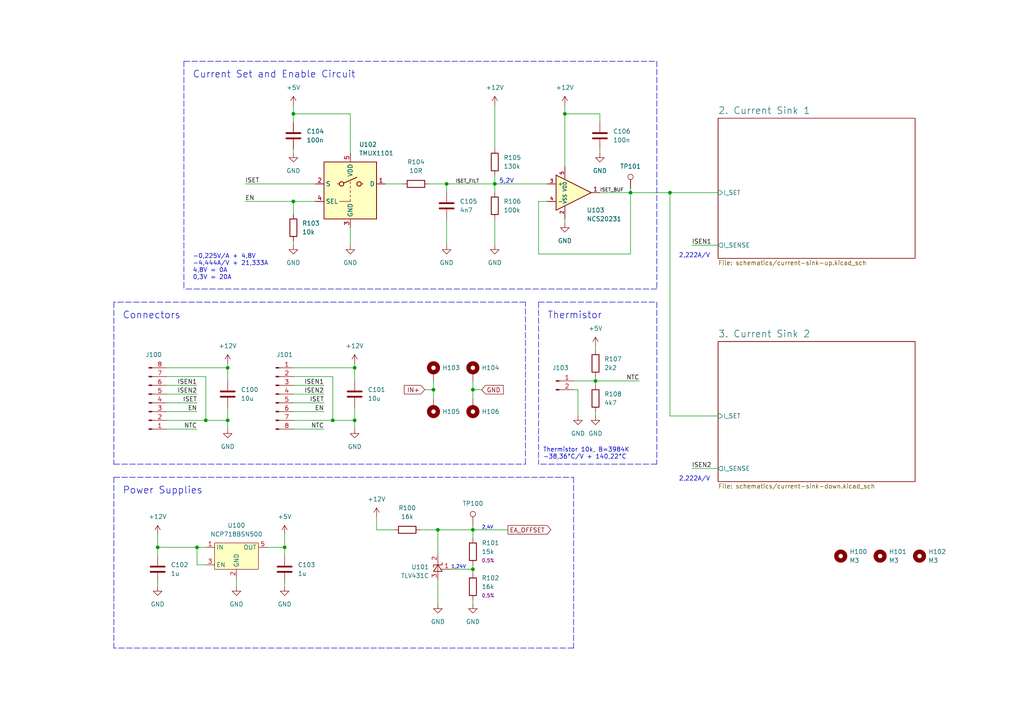
<source format=kicad_sch>
(kicad_sch (version 20211123) (generator eeschema)
  (paper "A4")
  (title_block (title "Electronic Load Power Board") (company "Martin Kopka"))
  (lib_symbols
    (symbol "Connector:Conn_01x02_Male" (pin_names (offset 1.016) hide)
      (property "Reference" "J" (at 0 2.54 0))
      (property "Value" "Conn_01x02_Male" (at 0 -5.08 0))
      (symbol "Conn_01x02_Male_1_1"
        (polyline (pts (xy 1.27 -2.54) (xy 0.8636 -2.54)) (stroke (width 0.1524)))
        (polyline (pts (xy 1.27 0) (xy 0.8636 0)) (stroke (width 0.1524)))
        (rectangle (start 0.8636 -2.413) (end 0 -2.667) (stroke (width 0.1524)) (fill (type outline)))
        (rectangle (start 0.8636 0.127) (end 0 -0.127) (stroke (width 0.1524)) (fill (type outline)))
        (pin passive line (at 5.08 0 180) (length 3.81) (name "Pin_1") (number "1"))
        (pin passive line (at 5.08 -2.54 180) (length 3.81) (name "Pin_2") (number "2"))
      )
    )
    (symbol "Connector:Conn_01x08_Male" (pin_names (offset 1.016) hide)
      (property "Reference" "J" (at 0 10.16 0))
      (property "Value" "Conn_01x08_Male" (at 0 -12.7 0))
      (symbol "Conn_01x08_Male_1_1"
        (polyline (pts (xy 1.27 -10.16) (xy 0.8636 -10.16)) (stroke (width 0.1524)))
        (polyline (pts (xy 1.27 -7.62) (xy 0.8636 -7.62)) (stroke (width 0.1524)))
        (polyline (pts (xy 1.27 -5.08) (xy 0.8636 -5.08)) (stroke (width 0.1524)))
        (polyline (pts (xy 1.27 -2.54) (xy 0.8636 -2.54)) (stroke (width 0.1524)))
        (polyline (pts (xy 1.27 0) (xy 0.8636 0)) (stroke (width 0.1524)))
        (polyline (pts (xy 1.27 2.54) (xy 0.8636 2.54)) (stroke (width 0.1524)))
        (polyline (pts (xy 1.27 5.08) (xy 0.8636 5.08)) (stroke (width 0.1524)))
        (polyline (pts (xy 1.27 7.62) (xy 0.8636 7.62)) (stroke (width 0.1524)))
        (rectangle (start 0.8636 -10.033) (end 0 -10.287) (stroke (width 0.1524)) (fill (type outline)))
        (rectangle (start 0.8636 -7.493) (end 0 -7.747) (stroke (width 0.1524)) (fill (type outline)))
        (rectangle (start 0.8636 -4.953) (end 0 -5.207) (stroke (width 0.1524)) (fill (type outline)))
        (rectangle (start 0.8636 -2.413) (end 0 -2.667) (stroke (width 0.1524)) (fill (type outline)))
        (rectangle (start 0.8636 0.127) (end 0 -0.127) (stroke (width 0.1524)) (fill (type outline)))
        (rectangle (start 0.8636 2.667) (end 0 2.413) (stroke (width 0.1524)) (fill (type outline)))
        (rectangle (start 0.8636 5.207) (end 0 4.953) (stroke (width 0.1524)) (fill (type outline)))
        (rectangle (start 0.8636 7.747) (end 0 7.493) (stroke (width 0.1524)) (fill (type outline)))
        (pin passive line (at 5.08 7.62 180) (length 3.81) (name "Pin_1") (number "1"))
        (pin passive line (at 5.08 5.08 180) (length 3.81) (name "Pin_2") (number "2"))
        (pin passive line (at 5.08 2.54 180) (length 3.81) (name "Pin_3") (number "3"))
        (pin passive line (at 5.08 0 180) (length 3.81) (name "Pin_4") (number "4"))
        (pin passive line (at 5.08 -2.54 180) (length 3.81) (name "Pin_5") (number "5"))
        (pin passive line (at 5.08 -5.08 180) (length 3.81) (name "Pin_6") (number "6"))
        (pin passive line (at 5.08 -7.62 180) (length 3.81) (name "Pin_7") (number "7"))
        (pin passive line (at 5.08 -10.16 180) (length 3.81) (name "Pin_8") (number "8"))
      )
    )
    (symbol "Connector:TestPoint" (pin_numbers hide) (pin_names (offset 0.762) hide)
      (property "Reference" "TP" (at 0 6.858 0))
      (property "Value" "TestPoint" (at 0 5.08 0))
      (symbol "TestPoint_0_1"
        (circle (center 0 3.302) (radius 0.762))
      )
      (symbol "TestPoint_1_1"
        (pin passive line (at 0 0 90) (length 2.54) (name "1") (number "1"))
      )
    )
    (symbol "Device:C" (pin_numbers hide) (pin_names (offset 0.254))
      (property "Reference" "C" (at 0.635 2.54 0))
      (property "Value" "C" (at 0.635 -2.54 0))
      (symbol "C_0_1"
        (polyline (pts (xy -2.032 -0.762) (xy 2.032 -0.762)) (stroke (width 0.508)))
        (polyline (pts (xy -2.032 0.762) (xy 2.032 0.762)) (stroke (width 0.508)))
      )
      (symbol "C_1_1"
        (pin passive line (at 0 3.81 270) (length 2.794) (name "~") (number "1"))
        (pin passive line (at 0 -3.81 90) (length 2.794) (name "~") (number "2"))
      )
    )
    (symbol "Device:R" (pin_numbers hide) (pin_names (offset 0))
      (property "Reference" "R" (at 2.032 0 90))
      (property "Value" "R" (at 0 0 90))
      (symbol "R_0_1"
        (rectangle (start -1.016 -2.54) (end 1.016 2.54) (stroke (width 0.254)))
      )
      (symbol "R_1_1"
        (pin passive line (at 0 3.81 270) (length 1.27) (name "~") (number "1"))
        (pin passive line (at 0 -3.81 90) (length 1.27) (name "~") (number "2"))
      )
    )
    (symbol "Mechanical:MountingHole" (pin_names (offset 1.016))
      (property "Reference" "H" (at 0 5.08 0))
      (property "Value" "MountingHole" (at 0 3.175 0))
      (symbol "MountingHole_0_1"
        (circle (center 0 0) (radius 1.27) (stroke (width 1.27)))
      )
    )
    (symbol "Mechanical:MountingHole_Pad" (pin_numbers hide) (pin_names (offset 1.016) hide)
      (property "Reference" "H" (at 0 6.35 0))
      (property "Value" "MountingHole_Pad" (at 0 4.445 0))
      (symbol "MountingHole_Pad_0_1"
        (circle (center 0 1.27) (radius 1.27) (stroke (width 1.27)))
      )
      (symbol "MountingHole_Pad_1_1"
        (pin input line (at 0 -2.54 90) (length 2.54) (name "1") (number "1"))
      )
    )
    (symbol "power:+12V" (power) (pin_names (offset 0))
      (property "Value" "+12V" (at 0 3.556 0))
      (symbol "+12V_0_1"
        (polyline (pts (xy -0.762 1.27) (xy 0 2.54)))
        (polyline (pts (xy 0 0) (xy 0 2.54)))
        (polyline (pts (xy 0 2.54) (xy 0.762 1.27)))
      )
      (symbol "+12V_1_1"
        (pin power_in line (at 0 0 90) (length 0) hide (name "+12V") (number "1"))
      )
    )
    (symbol "power:+5V" (power) (pin_names (offset 0))
      (property "Value" "+5V" (at 0 3.556 0))
      (symbol "+5V_0_1"
        (polyline (pts (xy -0.762 1.27) (xy 0 2.54)))
        (polyline (pts (xy 0 0) (xy 0 2.54)))
        (polyline (pts (xy 0 2.54) (xy 0.762 1.27)))
      )
      (symbol "+5V_1_1"
        (pin power_in line (at 0 0 90) (length 0) hide (name "+5V") (number "1"))
      )
    )
    (symbol "power:GND" (power) (pin_names (offset 0))
      (property "Value" "GND" (at 0 -3.81 0))
      (symbol "GND_0_1"
        (polyline (pts (xy 0 0) (xy 0 -1.27) (xy 1.27 -1.27) (xy 0 -2.54) (xy -1.27 -1.27) (xy 0 -1.27)))
      )
      (symbol "GND_1_1"
        (pin power_in line (at 0 0 270) (length 0) hide (name "GND") (number "1"))
      )
    )
    (symbol "w-analog-ic:NCS20231"
      (property "Reference" "U" (at 3.175 -4.445 0))
      (property "Value" "NCS20231" (at 3.175 -6.35 0))
      (symbol "NCS20231_0_1"
        (polyline (pts (xy -2.54 5.08) (xy 7.62 0) (xy -2.54 -5.08) (xy -2.54 5.08)) (stroke (width 0.254)) (fill (type background)))
        (pin power_in line (at 0 -7.62 90) (length 3.81) (name "VSS") (number "2"))
        (pin power_in line (at 0 7.62 270) (length 3.81) (name "VDD") (number "5"))
      )
      (symbol "NCS20231_1_1"
        (pin output line (at 10.16 0 180) (length 2.54) (name "~") (number "1"))
        (pin input line (at -5.08 2.54 0) (length 2.54) (name "+") (number "3"))
        (pin input line (at -5.08 -2.54 0) (length 2.54) (name "-") (number "4"))
      )
    )
    (symbol "w-analog-ic:TMUX1101"
      (property "Reference" "U" (at 3.81 11.43 0))
      (property "Value" "TMUX1101" (at 2.54 8.89 0))
      (symbol "TMUX1101_0_1"
        (rectangle (start -7.62 6.35) (end 7.62 -10.16) (stroke (width 0.254)) (fill (type background)))
        (circle (center -2.54 0) (radius 0.635) (stroke (width 0.254)))
        (polyline (pts (xy -3.81 0) (xy -3.175 0)))
        (polyline (pts (xy -3.175 -5.08) (xy 0 -5.08)))
        (polyline (pts (xy -1.905 0.254) (xy 1.905 1.905)) (stroke (width 0.254)))
        (polyline (pts (xy 0 -4.445) (xy 0 -5.08)))
        (polyline (pts (xy 0 -3.175) (xy 0 -3.81)))
        (polyline (pts (xy 0 -1.905) (xy 0 -2.54)))
        (polyline (pts (xy 0 -0.635) (xy 0 -1.27)))
        (polyline (pts (xy 0 0.635) (xy 0 0)))
        (polyline (pts (xy 3.81 0) (xy 3.175 0)))
        (circle (center 2.54 0) (radius 0.635) (stroke (width 0.254)))
      )
      (symbol "TMUX1101_1_1"
        (pin bidirectional line (at 10.16 0 180) (length 2.54) (name "D") (number "1"))
        (pin bidirectional line (at -10.16 0 0) (length 2.54) (name "S") (number "2"))
        (pin power_in line (at 0 -12.7 90) (length 2.54) (name "GND") (number "3"))
        (pin input line (at -10.16 -5.08 0) (length 2.54) (name "SEL") (number "4"))
        (pin power_in line (at 0 8.89 270) (length 2.54) (name "VDD") (number "5"))
      )
    )
    (symbol "w-power:NCP718"
      (property "Reference" "U" (at 0 5.08 0))
      (property "Value" "NCP718" (at 0 3.175 0))
      (symbol "NCP718_0_1"
        (rectangle (start -6.35 1.27) (end 6.35 -6.35) (fill (type background)))
      )
      (symbol "NCP718_1_1"
        (pin power_in line (at -8.89 0 0) (length 2.54) (name "IN") (number "1"))
        (pin power_in line (at 0 -8.89 90) (length 2.54) (name "GND") (number "2"))
        (pin input line (at -8.89 -5.08 0) (length 2.54) (name "EN") (number "3"))
        (pin no_connect line (at 6.35 -5.08 0) (length 2.54) hide (name "NC") (number "4"))
        (pin power_out line (at 8.89 0 180) (length 2.54) (name "OUT") (number "5"))
      )
    )
    (symbol "w-regulator:TLV431" (pin_names hide)
      (property "Reference" "U" (at 3.81 5.08 0))
      (property "Value" "TLV431" (at 3.81 2.54 0))
      (symbol "TLV431_0_0"
        (text "" (at -3.81 -1.905 900) (effects (font (size 1.27 1.27))))
        (text "" (at -2.54 -3.175 900) (effects (font (size 1.27 1.27))))
      )
      (symbol "TLV431_0_1"
        (polyline (pts (xy -1.27 0) (xy -0.762 0)))
        (polyline (pts (xy 0 -0.635) (xy 0 0.635) (xy 0 1.905)))
        (polyline (pts (xy 1.27 -0.635) (xy 0 1.27) (xy -1.27 -0.635) (xy 1.27 -0.635)) (stroke (width 0.2032)))
        (polyline (pts (xy 1.27 0.635) (xy 1.27 1.27) (xy -1.27 1.27) (xy -1.27 1.905)) (stroke (width 0.2032)))
      )
      (symbol "TLV431_1_1"
        (pin input line (at -3.81 0 0) (length 2.54) (name "REF") (number "1"))
        (pin passive line (at 0 4.445 270) (length 2.54) (name "K") (number "2"))
        (pin passive line (at 0 -3.175 90) (length 2.54) (name "A") (number "3"))
      )
    )
  )
  (junction (at 102.87 121.92))
  (junction (at 85.09 58.42))
  (junction (at 129.54 53.34))
  (junction (at 66.04 106.68))
  (junction (at 163.83 33.02))
  (junction (at 125.73 113.03))
  (junction (at 182.88 55.88))
  (junction (at 59.69 121.92))
  (junction (at 82.55 158.75))
  (junction (at 194.31 55.88))
  (junction (at 172.72 110.49))
  (junction (at 137.16 153.67))
  (junction (at 85.09 33.02))
  (junction (at 102.87 106.68))
  (junction (at 127 153.67))
  (junction (at 137.16 113.03))
  (junction (at 137.16 165.1))
  (junction (at 96.52 121.92))
  (junction (at 66.04 121.92))
  (junction (at 45.72 158.75))
  (junction (at 143.51 53.34))
  (junction (at 57.15 158.75))
  (wire (pts (xy 158.75 53.34) (xy 143.51 53.34)))
  (wire (pts (xy 82.55 154.94) (xy 82.55 158.75)))
  (wire (pts (xy 48.26 124.46) (xy 57.15 124.46)))
  (wire (pts (xy 172.72 110.49) (xy 172.72 109.22)))
  (wire (pts (xy 166.37 113.03) (xy 167.64 113.03)))
  (wire (pts (xy 173.99 33.02) (xy 163.83 33.02)))
  (wire (pts (xy 85.09 111.76) (xy 93.98 111.76)))
  (wire (pts (xy 137.16 165.1) (xy 137.16 166.37)))
  (wire (pts (xy 163.83 33.02) (xy 163.83 48.26)))
  (polyline (pts (xy 166.37 138.43) (xy 166.37 187.96)))
  (wire (pts (xy 156.21 73.66) (xy 182.88 73.66)))
  (wire (pts (xy 143.51 50.8) (xy 143.51 53.34)))
  (polyline (pts (xy 152.4 87.63) (xy 33.02 87.63)))
  (wire (pts (xy 143.51 30.48) (xy 143.51 43.18)))
  (wire (pts (xy 66.04 106.68) (xy 66.04 110.49)))
  (wire (pts (xy 68.58 167.64) (xy 68.58 170.18)))
  (wire (pts (xy 137.16 156.21) (xy 137.16 153.67)))
  (wire (pts (xy 48.26 119.38) (xy 57.15 119.38)))
  (polyline (pts (xy 190.5 17.78) (xy 190.5 83.82)))
  (wire (pts (xy 66.04 118.11) (xy 66.04 121.92)))
  (wire (pts (xy 125.73 113.03) (xy 125.73 115.57)))
  (polyline (pts (xy 190.5 87.63) (xy 190.5 134.62)))
  (polyline (pts (xy 156.21 87.63) (xy 156.21 134.62)))
  (wire (pts (xy 130.81 165.1) (xy 137.16 165.1)))
  (wire (pts (xy 45.72 161.29) (xy 45.72 158.75)))
  (polyline (pts (xy 33.02 138.43) (xy 166.37 138.43)))
  (wire (pts (xy 48.26 116.84) (xy 57.15 116.84)))
  (wire (pts (xy 85.09 106.68) (xy 102.87 106.68)))
  (wire (pts (xy 111.76 53.34) (xy 116.84 53.34)))
  (polyline (pts (xy 166.37 187.96) (xy 33.02 187.96)))
  (polyline (pts (xy 190.5 83.82) (xy 53.34 83.82)))
  (wire (pts (xy 124.46 53.34) (xy 129.54 53.34)))
  (wire (pts (xy 200.66 135.89) (xy 208.28 135.89)))
  (wire (pts (xy 48.26 114.3) (xy 57.15 114.3)))
  (wire (pts (xy 194.31 120.65) (xy 194.31 55.88)))
  (wire (pts (xy 156.21 58.42) (xy 156.21 73.66)))
  (wire (pts (xy 102.87 118.11) (xy 102.87 121.92)))
  (polyline (pts (xy 53.34 17.78) (xy 190.5 17.78)))
  (wire (pts (xy 182.88 55.88) (xy 194.31 55.88)))
  (wire (pts (xy 85.09 109.22) (xy 96.52 109.22)))
  (wire (pts (xy 137.16 152.4) (xy 137.16 153.67)))
  (wire (pts (xy 101.6 33.02) (xy 101.6 44.45)))
  (wire (pts (xy 129.54 63.5) (xy 129.54 71.12)))
  (wire (pts (xy 173.99 43.18) (xy 173.99 44.45)))
  (wire (pts (xy 158.75 58.42) (xy 156.21 58.42)))
  (wire (pts (xy 208.28 120.65) (xy 194.31 120.65)))
  (wire (pts (xy 139.7 113.03) (xy 137.16 113.03)))
  (wire (pts (xy 143.51 53.34) (xy 143.51 55.88)))
  (wire (pts (xy 82.55 161.29) (xy 82.55 158.75)))
  (wire (pts (xy 137.16 173.99) (xy 137.16 175.26)))
  (wire (pts (xy 45.72 154.94) (xy 45.72 158.75)))
  (wire (pts (xy 48.26 111.76) (xy 57.15 111.76)))
  (wire (pts (xy 85.09 58.42) (xy 85.09 62.23)))
  (wire (pts (xy 109.22 149.86) (xy 109.22 153.67)))
  (wire (pts (xy 137.16 113.03) (xy 137.16 110.49)))
  (wire (pts (xy 45.72 168.91) (xy 45.72 170.18)))
  (wire (pts (xy 172.72 101.6) (xy 172.72 100.33)))
  (polyline (pts (xy 33.02 87.63) (xy 33.02 134.62)))
  (wire (pts (xy 172.72 110.49) (xy 172.72 111.76)))
  (wire (pts (xy 167.64 113.03) (xy 167.64 120.65)))
  (wire (pts (xy 59.69 163.83) (xy 57.15 163.83)))
  (wire (pts (xy 85.09 43.18) (xy 85.09 44.45)))
  (wire (pts (xy 85.09 114.3) (xy 93.98 114.3)))
  (wire (pts (xy 121.92 153.67) (xy 127 153.67)))
  (wire (pts (xy 85.09 124.46) (xy 93.98 124.46)))
  (polyline (pts (xy 33.02 138.43) (xy 33.02 187.96)))
  (wire (pts (xy 173.99 55.88) (xy 182.88 55.88)))
  (wire (pts (xy 166.37 110.49) (xy 172.72 110.49)))
  (wire (pts (xy 127 168.275) (xy 127 175.26)))
  (polyline (pts (xy 33.02 134.62) (xy 152.4 134.62)))
  (polyline (pts (xy 190.5 134.62) (xy 156.21 134.62)))
  (wire (pts (xy 172.72 119.38) (xy 172.72 120.65)))
  (wire (pts (xy 85.09 30.48) (xy 85.09 33.02)))
  (wire (pts (xy 102.87 105.41) (xy 102.87 106.68)))
  (polyline (pts (xy 156.21 87.63) (xy 190.5 87.63)))
  (wire (pts (xy 137.16 113.03) (xy 137.16 115.57)))
  (wire (pts (xy 123.19 113.03) (xy 125.73 113.03)))
  (wire (pts (xy 200.66 71.12) (xy 208.28 71.12)))
  (wire (pts (xy 59.69 121.92) (xy 66.04 121.92)))
  (wire (pts (xy 102.87 121.92) (xy 102.87 124.46)))
  (wire (pts (xy 143.51 63.5) (xy 143.51 71.12)))
  (wire (pts (xy 85.09 69.85) (xy 85.09 71.12)))
  (wire (pts (xy 66.04 121.92) (xy 66.04 124.46)))
  (wire (pts (xy 85.09 121.92) (xy 96.52 121.92)))
  (wire (pts (xy 85.09 33.02) (xy 101.6 33.02)))
  (wire (pts (xy 109.22 153.67) (xy 114.3 153.67)))
  (wire (pts (xy 66.04 105.41) (xy 66.04 106.68)))
  (wire (pts (xy 137.16 163.83) (xy 137.16 165.1)))
  (wire (pts (xy 125.73 110.49) (xy 125.73 113.03)))
  (wire (pts (xy 45.72 158.75) (xy 57.15 158.75)))
  (wire (pts (xy 85.09 35.56) (xy 85.09 33.02)))
  (wire (pts (xy 96.52 121.92) (xy 102.87 121.92)))
  (wire (pts (xy 173.99 35.56) (xy 173.99 33.02)))
  (polyline (pts (xy 53.34 17.78) (xy 53.34 83.82)))
  (wire (pts (xy 102.87 106.68) (xy 102.87 110.49)))
  (wire (pts (xy 172.72 110.49) (xy 185.42 110.49)))
  (wire (pts (xy 59.69 109.22) (xy 59.69 121.92)))
  (polyline (pts (xy 33.02 134.62) (xy 33.02 134.62)))
  (wire (pts (xy 182.88 73.66) (xy 182.88 55.88)))
  (wire (pts (xy 137.16 153.67) (xy 127 153.67)))
  (wire (pts (xy 129.54 55.88) (xy 129.54 53.34)))
  (wire (pts (xy 48.26 121.92) (xy 59.69 121.92)))
  (wire (pts (xy 48.26 106.68) (xy 66.04 106.68)))
  (wire (pts (xy 137.16 153.67) (xy 147.32 153.67)))
  (wire (pts (xy 129.54 53.34) (xy 143.51 53.34)))
  (polyline (pts (xy 152.4 134.62) (xy 152.4 87.63)))
  (wire (pts (xy 48.26 109.22) (xy 59.69 109.22)))
  (wire (pts (xy 85.09 116.84) (xy 93.98 116.84)))
  (wire (pts (xy 96.52 109.22) (xy 96.52 121.92)))
  (wire (pts (xy 82.55 168.91) (xy 82.55 170.18)))
  (wire (pts (xy 85.09 58.42) (xy 91.44 58.42)))
  (wire (pts (xy 71.12 58.42) (xy 85.09 58.42)))
  (wire (pts (xy 194.31 55.88) (xy 208.28 55.88)))
  (wire (pts (xy 101.6 71.12) (xy 101.6 66.04)))
  (wire (pts (xy 182.88 54.61) (xy 182.88 55.88)))
  (wire (pts (xy 82.55 158.75) (xy 77.47 158.75)))
  (wire (pts (xy 57.15 163.83) (xy 57.15 158.75)))
  (wire (pts (xy 71.12 53.34) (xy 91.44 53.34)))
  (wire (pts (xy 85.09 119.38) (xy 93.98 119.38)))
  (wire (pts (xy 57.15 158.75) (xy 59.69 158.75)))
  (wire (pts (xy 163.83 63.5) (xy 163.83 64.77)))
  (wire (pts (xy 127 153.67) (xy 127 160.655)))
  (wire (pts (xy 163.83 30.48) (xy 163.83 33.02)))
  (text "Connectors\n" (at 35.56 92.71 0) (effects (font (size 2 2)) (justify left bottom)))
  (text "2,222A/V" (at 196.85 139.7 0) (effects (font (size 1.27 1.27)) (justify left bottom)))
  (text "Thermistor 10k, B=3984K\n-38,36°C/V + 140,22°C" (at 157.48 133.35 0) (effects (font (size 1.27 1.27)) (justify left bottom)))
  (text "1,24V\n" (at 130.81 165.1 0) (effects (font (size 1 1)) (justify left bottom)))
  (text "Power Supplies" (at 35.56 143.51 0) (effects (font (size 2 2)) (justify left bottom)))
  (text "Thermistor" (at 158.75 92.71 0) (effects (font (size 2 2)) (justify left bottom)))
  (text "5,2V" (at 144.78 53.34 0) (effects (font (size 1.27 1.27)) (justify left bottom)))
  (text "-0,225V/A + 4,8V\n-4,444A/V + 21,333A\n4,8V = 0A\n0,3V = 20A" (at 55.88 81.28 0) (effects (font (size 1.27 1.27)) (justify left bottom)))
  (text "2,4V" (at 139.7 153.67 0) (effects (font (size 1 1)) (justify left bottom)))
  (text "Current Set and Enable Circuit" (at 55.88 22.86 0) (effects (font (size 2 2)) (justify left bottom)))
  (text "2,222A/V" (at 196.85 74.93 0) (effects (font (size 1.27 1.27)) (justify left bottom)))
  (label "ISEN2" (at 200.66 135.89 0))
  (label "ISET" (at 57.15 116.84 180))
  (label "NTC" (at 57.15 124.46 180))
  (label "NTC" (at 93.98 124.46 180))
  (label "ISEN1" (at 57.15 111.76 180))
  (label "ISEN1" (at 200.66 71.12 0))
  (label "ISET_FILT" (at 132.08 53.34 0) (effects (font (size 1 1))))
  (label "ISET" (at 93.98 116.84 180))
  (label "EN" (at 71.12 58.42 0))
  (label "ISET_BUF" (at 173.99 55.88 0) (effects (font (size 1 1))))
  (label "ISEN2" (at 57.15 114.3 180))
  (label "ISEN1" (at 93.98 111.76 180))
  (label "NTC" (at 185.42 110.49 180))
  (label "ISET" (at 71.12 53.34 0))
  (label "EN" (at 57.15 119.38 180))
  (label "EN" (at 93.98 119.38 180))
  (label "ISEN2" (at 93.98 114.3 180))
  (global_label "IN+" (shape input) (at 123.19 113.03 180) (property "Intersheet References" "${INTERSHEET_REFS}" (effects hide)))
  (global_label "EA_OFFSET" (shape output) (at 147.32 153.67 0) (property "Intersheet References" "${INTERSHEET_REFS}" (effects hide)))
  (global_label "GND" (shape input) (at 139.7 113.03 0) (property "Intersheet References" "${INTERSHEET_REFS}" (effects hide)))
  (symbol (lib_id "power:GND") (at 173.99 44.45 0) (unit 1)
    (property "Reference" "#PWR0125" (effects hide))
    (property "Value" "GND" (at 173.99 49.53 0))
  )
  (symbol (lib_id "Connector:Conn_01x08_Male") (at 80.01 114.3 0) (unit 1) (in_bom no)
    (property "Reference" "J101" (at 82.55 102.87 0))
    (property "Value" "Conn_01x08_Male" (effects hide))
    (property "Footprint" "Connector_PinHeader_2.54mm:PinHeader_1x08_P2.54mm_Horizontal" (effects hide))
  )
  (symbol (lib_id "Device:C") (at 82.55 165.1 180) (unit 1)
    (property "Reference" "C103" (at 86.36 163.8299 0) (effects (justify right)))
    (property "Value" "1u" (at 86.36 166.3699 0) (effects (justify right)))
    (property "Footprint" "Capacitor_SMD:C_0603_1608Metric" (effects hide))
  )
  (symbol (lib_id "Device:R") (at 120.65 53.34 90) (unit 1)
    (property "Reference" "R104" (at 120.65 46.99 90))
    (property "Value" "10R" (at 120.65 49.53 90))
    (property "Footprint" "Resistor_SMD:R_0603_1608Metric" (effects hide))
  )
  (symbol (lib_id "power:GND") (at 82.55 170.18 0) (unit 1)
    (property "Reference" "#PWR0114" (effects hide))
    (property "Value" "GND" (at 82.55 175.26 0))
  )
  (symbol (lib_id "power:GND") (at 129.54 71.12 0) (unit 1)
    (property "Reference" "#PWR0132" (effects hide))
    (property "Value" "GND" (at 129.54 76.2 0))
  )
  (symbol (lib_id "power:GND") (at 172.72 120.65 0) (unit 1)
    (property "Reference" "#PWR?" (effects hide))
    (property "Value" "GND" (at 172.72 125.73 0))
  )
  (symbol (lib_id "Mechanical:MountingHole_Pad") (at 137.16 118.11 180) (unit 1) (in_bom no)
    (property "Reference" "H106" (at 139.7 119.3799 0) (effects (justify right)))
    (property "Value" "MountingHole_Pad" (effects hide))
    (property "Footprint" "MountingHole:MountingHole_3.2mm_M3_DIN965_Pad" (effects hide))
  )
  (symbol (lib_id "Mechanical:MountingHole") (at 266.7 161.29 0) (unit 1) (in_bom no)
    (property "Reference" "H102" (at 269.24 160.0199 0) (effects (justify left)))
    (property "Value" "M3" (at 269.24 162.5599 0) (effects (justify left)))
    (property "Footprint" "MountingHole:MountingHole_3.2mm_M3" (effects hide))
  )
  (symbol (lib_id "power:GND") (at 66.04 124.46 0) (unit 1)
    (property "Reference" "#PWR0120" (effects hide))
    (property "Value" "GND" (at 66.04 129.54 0))
  )
  (symbol (lib_id "power:GND") (at 143.51 71.12 0) (unit 1)
    (property "Reference" "#PWR0129" (effects hide))
    (property "Value" "GND" (at 143.51 76.2 0))
  )
  (symbol (lib_id "power:GND") (at 163.83 64.77 0) (unit 1)
    (property "Reference" "#PWR0128" (effects hide))
    (property "Value" "GND" (at 163.83 69.85 0))
  )
  (symbol (lib_id "Device:R") (at 172.72 105.41 0) (unit 1)
    (property "Reference" "R107" (at 175.26 104.1399 0) (effects (justify left)))
    (property "Value" "2k2" (at 175.26 106.6799 0) (effects (justify left)))
    (property "Footprint" "Resistor_SMD:R_0603_1608Metric" (effects hide))
  )
  (symbol (lib_id "Device:C") (at 102.87 114.3 180) (unit 1) (in_bom no)
    (property "Reference" "C101" (at 106.68 113.0299 0) (effects (justify right)))
    (property "Value" "10u" (at 106.68 115.5699 0) (effects (justify right)))
    (property "Footprint" "Capacitor_SMD:C_1206_3216Metric" (effects hide))
  )
  (symbol (lib_id "w-regulator:TLV431") (at 127 165.1 0) (mirror y) (unit 1)
    (property "Reference" "U101" (at 124.46 164.4538 0) (effects (justify left)))
    (property "Value" "TLV431C" (at 124.46 166.9938 0) (effects (justify left)))
    (property "Footprint" "w-ic:SOT-23" (effects hide))
    (property "Datasheet" "https://cz.mouser.com/datasheet/2/308/1/TLV431A_D-2320103.pdf" (effects hide))
  )
  (symbol (lib_id "w-analog-ic:TMUX1101") (at 101.6 53.34 0) (unit 1)
    (property "Reference" "U102" (at 104.14 41.91 0) (effects (justify left)))
    (property "Value" "TMUX1101" (at 104.14 44.45 0) (effects (justify left)))
    (property "Footprint" "w-ic:SOT-23-5L" (effects hide))
    (property "Datasheet" "https://www.ti.com/lit/ds/symlink/tmux1101.pdf?HQS=dis-mous-null-mousermode-dsf-pf-null-wwe&ts=1703081533814&ref_url=https%253A%252F%252Fcz.mouser.com%252F" (effects hide))
  )
  (symbol (lib_id "power:GND") (at 85.09 44.45 0) (unit 1)
    (property "Reference" "#PWR0133" (effects hide))
    (property "Value" "GND" (at 85.09 49.53 0))
  )
  (symbol (lib_id "power:+5V") (at 85.09 30.48 0) (unit 1)
    (property "Reference" "#PWR0134" (effects hide))
    (property "Value" "+5V" (at 85.09 25.4 0))
  )
  (symbol (lib_id "power:+5V") (at 82.55 154.94 0) (unit 1)
    (property "Reference" "#PWR0122" (effects hide))
    (property "Value" "+5V" (at 82.55 149.86 0))
  )
  (symbol (lib_id "Device:C") (at 129.54 59.69 180) (unit 1)
    (property "Reference" "C105" (at 133.35 58.4199 0) (effects (justify right)))
    (property "Value" "4n7" (at 133.35 60.9599 0) (effects (justify right)))
    (property "Footprint" "Capacitor_SMD:C_0603_1608Metric" (effects hide))
  )
  (symbol (lib_id "Connector:TestPoint") (at 182.88 54.61 0) (unit 1) (in_bom no)
    (property "Reference" "TP101" (at 182.88 48.26 0))
    (property "Value" "TestPoint" (effects hide))
    (property "Footprint" "TestPoint:TestPoint_Pad_D1.0mm" (effects hide))
  )
  (symbol (lib_id "Device:R") (at 137.16 170.18 0) (unit 1)
    (property "Reference" "R102" (at 139.7 167.64 0) (effects (justify left)))
    (property "Value" "16k" (at 139.7 170.18 0) (effects (justify left)))
    (property "Footprint" "Resistor_SMD:R_0603_1608Metric" (effects hide))
    (property "Tolerance" "0,5%" (at 139.7 172.72 0) (effects (font (size 1 1)) (justify left)))
  )
  (symbol (lib_id "power:GND") (at 85.09 71.12 0) (unit 1)
    (property "Reference" "#PWR0130" (effects hide))
    (property "Value" "GND" (at 85.09 76.2 0))
  )
  (symbol (lib_id "Device:R") (at 137.16 160.02 0) (unit 1)
    (property "Reference" "R101" (at 139.7 157.48 0) (effects (justify left)))
    (property "Value" "15k" (at 139.7 160.02 0) (effects (justify left)))
    (property "Footprint" "Resistor_SMD:R_0603_1608Metric" (effects hide))
    (property "Tolerance" "0,5%" (at 139.7 162.56 0) (effects (font (size 1 1)) (justify left)))
  )
  (symbol (lib_id "Mechanical:MountingHole") (at 255.27 161.29 0) (unit 1) (in_bom no)
    (property "Reference" "H101" (at 257.81 160.0199 0) (effects (justify left)))
    (property "Value" "M3" (at 257.81 162.5599 0) (effects (justify left)))
    (property "Footprint" "MountingHole:MountingHole_3.2mm_M3" (effects hide))
  )
  (symbol (lib_id "Device:C") (at 66.04 114.3 180) (unit 1)
    (property "Reference" "C100" (at 69.85 113.0299 0) (effects (justify right)))
    (property "Value" "10u" (at 69.85 115.5699 0) (effects (justify right)))
    (property "Footprint" "Capacitor_SMD:C_1206_3216Metric" (effects hide))
  )
  (symbol (lib_id "power:GND") (at 127 175.26 0) (unit 1)
    (property "Reference" "#PWR0117" (effects hide))
    (property "Value" "GND" (at 127 180.34 0))
  )
  (symbol (lib_id "Connector:Conn_01x02_Male") (at 161.29 110.49 0) (unit 1)
    (property "Reference" "J103" (at 162.56 106.68 0))
    (property "Value" "Conn_01x02_Male" (effects hide))
    (property "Footprint" "Connector_PinHeader_2.54mm:PinHeader_1x02_P2.54mm_Horizontal" (effects hide))
  )
  (symbol (lib_id "power:+12V") (at 143.51 30.48 0) (unit 1)
    (property "Reference" "#PWR0127" (effects hide))
    (property "Value" "+12V" (at 143.51 25.4 0))
  )
  (symbol (lib_id "power:+12V") (at 66.04 105.41 0) (unit 1)
    (property "Reference" "#PWR0119" (effects hide))
    (property "Value" "+12V" (at 66.04 100.33 0))
  )
  (symbol (lib_id "Mechanical:MountingHole_Pad") (at 125.73 107.95 0) (unit 1) (in_bom no)
    (property "Reference" "H103" (at 128.27 106.6799 0) (effects (justify left)))
    (property "Value" "MountingHole_Pad" (effects hide))
    (property "Footprint" "MountingHole:MountingHole_3.2mm_M3_DIN965_Pad" (effects hide))
  )
  (symbol (lib_id "Connector:TestPoint") (at 137.16 152.4 0) (unit 1) (in_bom no)
    (property "Reference" "TP100" (at 137.16 146.05 0))
    (property "Value" "TestPoint" (effects hide))
    (property "Footprint" "TestPoint:TestPoint_Pad_D1.0mm" (effects hide))
  )
  (symbol (lib_id "power:GND") (at 137.16 175.26 0) (unit 1)
    (property "Reference" "#PWR0116" (effects hide))
    (property "Value" "GND" (at 137.16 180.34 0))
  )
  (symbol (lib_id "Mechanical:MountingHole_Pad") (at 125.73 118.11 180) (unit 1) (in_bom no)
    (property "Reference" "H105" (at 128.27 119.3799 0) (effects (justify right)))
    (property "Value" "MountingHole_Pad" (effects hide))
    (property "Footprint" "MountingHole:MountingHole_3.2mm_M3_DIN965_Pad" (effects hide))
  )
  (symbol (lib_id "Device:R") (at 118.11 153.67 270) (unit 1)
    (property "Reference" "R100" (at 118.11 147.32 90))
    (property "Value" "16k" (at 118.11 149.86 90))
    (property "Footprint" "Resistor_SMD:R_0603_1608Metric" (effects hide))
  )
  (symbol (lib_id "Mechanical:MountingHole") (at 243.84 161.29 0) (unit 1) (in_bom no)
    (property "Reference" "H100" (at 246.38 160.0199 0) (effects (justify left)))
    (property "Value" "M3" (at 246.38 162.5599 0) (effects (justify left)))
    (property "Footprint" "MountingHole:MountingHole_3.2mm_M3" (effects hide))
  )
  (symbol (lib_id "power:GND") (at 101.6 71.12 0) (unit 1)
    (property "Reference" "#PWR0131" (effects hide))
    (property "Value" "GND" (at 101.6 76.2 0))
  )
  (symbol (lib_id "w-analog-ic:NCS20231") (at 163.83 55.88 0) (unit 1)
    (property "Reference" "U103" (at 170.18 60.96 0) (effects (justify left)))
    (property "Value" "NCS20231" (at 170.18 63.5 0) (effects (justify left)))
    (property "Footprint" "w-ic:SOT-23-5L" (effects hide))
    (property "Datasheet" "https://www.onsemi.com/download/data-sheet/pdf/ncs20231-d.pdf" (effects hide))
  )
  (symbol (lib_id "power:+12V") (at 109.22 149.86 0) (unit 1)
    (property "Reference" "#PWR0118" (effects hide))
    (property "Value" "+12V" (at 109.22 144.78 0))
  )
  (symbol (lib_id "power:GND") (at 68.58 170.18 0) (unit 1)
    (property "Reference" "#PWR0112" (effects hide))
    (property "Value" "GND" (at 68.58 175.26 0))
  )
  (symbol (lib_id "power:+12V") (at 102.87 105.41 0) (unit 1)
    (property "Reference" "#PWR0148" (effects hide))
    (property "Value" "+12V" (at 102.87 100.33 0))
  )
  (symbol (lib_id "Device:R") (at 143.51 46.99 0) (unit 1)
    (property "Reference" "R105" (at 146.05 45.7199 0) (effects (justify left)))
    (property "Value" "130k" (at 146.05 48.2599 0) (effects (justify left)))
    (property "Footprint" "Resistor_SMD:R_0603_1608Metric" (effects hide))
  )
  (symbol (lib_id "Device:C") (at 85.09 39.37 180) (unit 1)
    (property "Reference" "C104" (at 88.9 38.0999 0) (effects (justify right)))
    (property "Value" "100n" (at 88.9 40.6399 0) (effects (justify right)))
    (property "Footprint" "Capacitor_SMD:C_0603_1608Metric" (effects hide))
  )
  (symbol (lib_id "Mechanical:MountingHole_Pad") (at 137.16 107.95 0) (unit 1) (in_bom no)
    (property "Reference" "H104" (at 139.7 106.6799 0) (effects (justify left)))
    (property "Value" "MountingHole_Pad" (effects hide))
    (property "Footprint" "MountingHole:MountingHole_3.2mm_M3_DIN965_Pad" (effects hide))
  )
  (symbol (lib_id "power:GND") (at 102.87 124.46 0) (unit 1)
    (property "Reference" "#PWR0147" (effects hide))
    (property "Value" "GND" (at 102.87 129.54 0))
  )
  (symbol (lib_id "Device:R") (at 172.72 115.57 0) (unit 1)
    (property "Reference" "R108" (at 175.26 114.2999 0) (effects (justify left)))
    (property "Value" "4k7" (at 175.26 116.8399 0) (effects (justify left)))
    (property "Footprint" "Resistor_SMD:R_0603_1608Metric" (effects hide))
  )
  (symbol (lib_id "power:GND") (at 45.72 170.18 0) (unit 1)
    (property "Reference" "#PWR0113" (effects hide))
    (property "Value" "GND" (at 45.72 175.26 0))
  )
  (symbol (lib_id "Device:R") (at 85.09 66.04 0) (unit 1)
    (property "Reference" "R103" (at 87.63 64.7699 0) (effects (justify left)))
    (property "Value" "10k" (at 87.63 67.3099 0) (effects (justify left)))
    (property "Footprint" "Resistor_SMD:R_0603_1608Metric" (effects hide))
  )
  (symbol (lib_id "power:+5V") (at 172.72 100.33 0) (unit 1)
    (property "Reference" "#PWR0124" (effects hide))
    (property "Value" "+5V" (at 172.72 95.25 0))
  )
  (symbol (lib_id "Device:C") (at 45.72 165.1 180) (unit 1)
    (property "Reference" "C102" (at 49.53 163.8299 0) (effects (justify right)))
    (property "Value" "1u" (at 49.53 166.3699 0) (effects (justify right)))
    (property "Footprint" "Capacitor_SMD:C_0603_1608Metric" (effects hide))
  )
  (symbol (lib_id "power:+12V") (at 163.83 30.48 0) (unit 1)
    (property "Reference" "#PWR0126" (effects hide))
    (property "Value" "+12V" (at 163.83 25.4 0))
  )
  (symbol (lib_id "Connector:Conn_01x08_Male") (at 43.18 116.84 0) (mirror x) (unit 1)
    (property "Reference" "J100" (at 46.99 102.87 0) (effects (justify right)))
    (property "Value" "Conn_01x08_Male" (effects hide))
    (property "Footprint" "Connector_PinHeader_2.54mm:PinHeader_1x08_P2.54mm_Horizontal" (effects hide))
  )
  (symbol (lib_id "power:+12V") (at 45.72 154.94 0) (unit 1)
    (property "Reference" "#PWR0121" (effects hide))
    (property "Value" "+12V" (at 45.72 149.86 0))
  )
  (symbol (lib_id "Device:C") (at 173.99 39.37 180) (unit 1)
    (property "Reference" "C106" (at 177.8 38.0999 0) (effects (justify right)))
    (property "Value" "100n" (at 177.8 40.6399 0) (effects (justify right)))
    (property "Footprint" "Capacitor_SMD:C_0603_1608Metric" (effects hide))
  )
  (symbol (lib_id "power:GND") (at 167.64 120.65 0) (unit 1)
    (property "Reference" "#PWR0123" (effects hide))
    (property "Value" "GND" (at 167.64 125.73 0))
  )
  (symbol (lib_id "w-power:NCP718") (at 68.58 158.75 0) (unit 1)
    (property "Reference" "U100" (at 68.58 152.4 0))
    (property "Value" "NCP718BSN500" (at 68.58 154.94 0))
    (property "Footprint" "w-ic:SOT-23-5L" (effects hide))
    (property "Datasheet" "https://cz.mouser.com/datasheet/2/308/1/NCP718_D-2317435.pdf" (effects hide))
  )
  (symbol (lib_id "Device:R") (at 143.51 59.69 0) (unit 1)
    (property "Reference" "R106" (at 146.05 58.4199 0) (effects (justify left)))
    (property "Value" "100k" (at 146.05 60.9599 0) (effects (justify left)))
    (property "Footprint" "Resistor_SMD:R_0603_1608Metric" (effects hide))
  )
  (sheet (at 208.28 34.29) (size 57.15 40.64) (stroke (width 0.1524))
    (property "Sheet name" "2. Current Sink 1" (at 208.28 33.2134 0) (effects (font (size 2 2)) (justify left bottom)))
    (property "Sheet file" "schematics/current-sink-up.kicad_sch" (at 208.28 75.5146 0) (effects (justify left top)))
    (pin "I_SENSE" output (at 208.28 71.12 180))
    (pin "I_SET" input (at 208.28 55.88 180))
  )
  (sheet (at 208.28 99.06) (size 57.15 40.64) (stroke (width 0.1524))
    (property "Sheet name" "3. Current Sink 2" (at 208.28 97.9834 0) (effects (font (size 2 2)) (justify left bottom)))
    (property "Sheet file" "schematics/current-sink-down.kicad_sch" (at 208.28 140.2846 0) (effects (justify left top)))
    (pin "I_SET" input (at 208.28 120.65 180))
    (pin "I_SENSE" output (at 208.28 135.89 180))
  )
)
</source>
